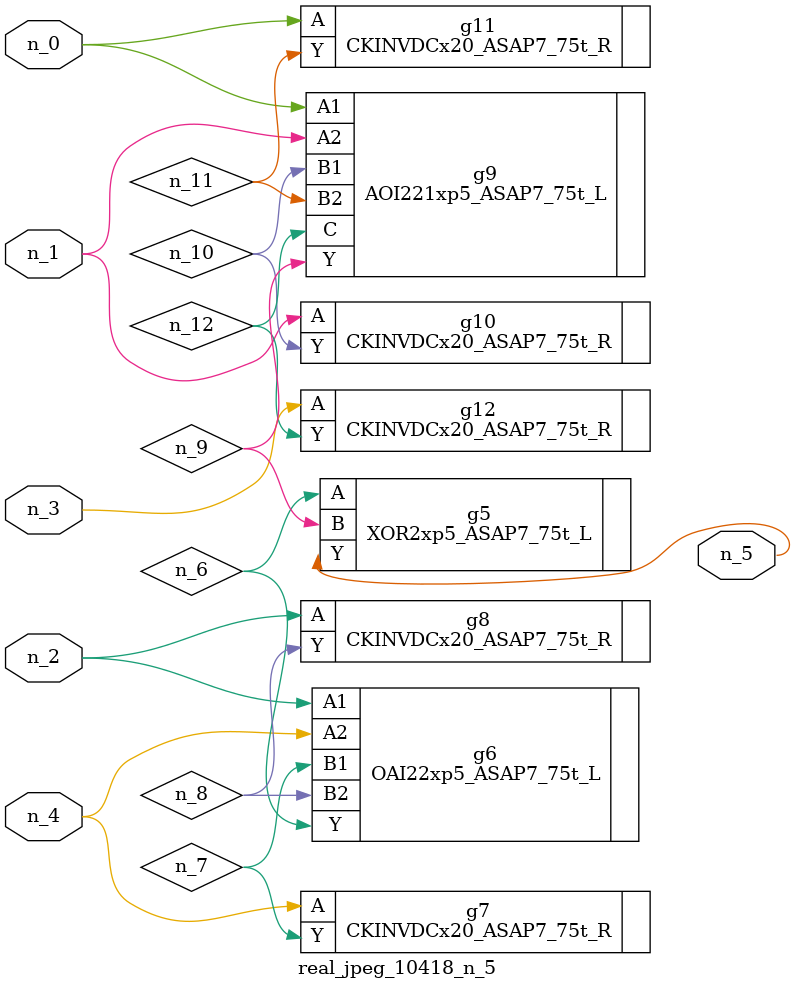
<source format=v>
module real_jpeg_10418_n_5 (n_4, n_0, n_1, n_2, n_3, n_5);

input n_4;
input n_0;
input n_1;
input n_2;
input n_3;

output n_5;

wire n_12;
wire n_8;
wire n_11;
wire n_6;
wire n_7;
wire n_10;
wire n_9;

AOI221xp5_ASAP7_75t_L g9 ( 
.A1(n_0),
.A2(n_1),
.B1(n_10),
.B2(n_11),
.C(n_12),
.Y(n_9)
);

CKINVDCx20_ASAP7_75t_R g11 ( 
.A(n_0),
.Y(n_11)
);

CKINVDCx20_ASAP7_75t_R g10 ( 
.A(n_1),
.Y(n_10)
);

OAI22xp5_ASAP7_75t_L g6 ( 
.A1(n_2),
.A2(n_4),
.B1(n_7),
.B2(n_8),
.Y(n_6)
);

CKINVDCx20_ASAP7_75t_R g8 ( 
.A(n_2),
.Y(n_8)
);

CKINVDCx20_ASAP7_75t_R g12 ( 
.A(n_3),
.Y(n_12)
);

CKINVDCx20_ASAP7_75t_R g7 ( 
.A(n_4),
.Y(n_7)
);

XOR2xp5_ASAP7_75t_L g5 ( 
.A(n_6),
.B(n_9),
.Y(n_5)
);


endmodule
</source>
